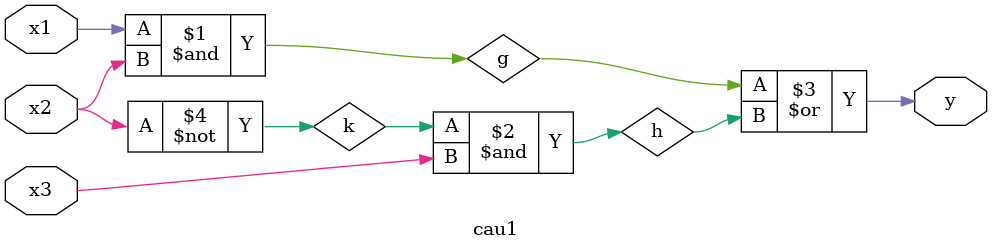
<source format=v>
module cau1(x1, x2, x3, y);
	input x1, x2, x3;
	output y;
	wire g, h, k;
	
	and(g, x1, x2);
	not(k, x2);
	and(h, k, x3);
	or(y, g, h);
endmodule
</source>
